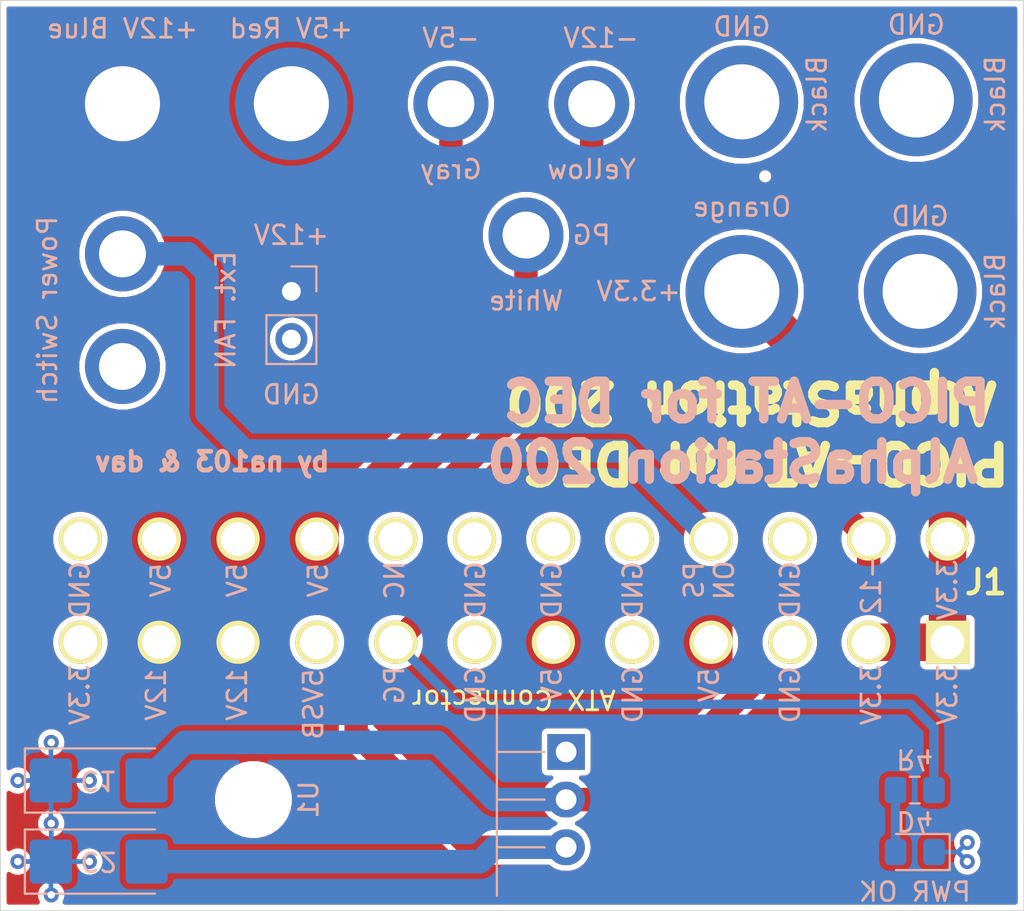
<source format=kicad_pcb>
(kicad_pcb (version 20171130) (host pcbnew "(5.1.12)-1")
  (layers (0 F.Cu signal) (1 In1.Cu power) (2 In2.Cu power) (31 B.Cu signal) (34 B.Paste user) (35 F.Paste user) (36 B.SilkS user) (37 F.SilkS user) (38 B.Mask user) (39 F.Mask user) (44 Edge.Cuts user))
  (net 0 "")
  (net 1 /-12V)
  (net 2 /GND)
  (net 3 /-5V)
  (net 4 "Net-(D4-Pad2)")
  (net 5 /12V)
  (net 6 /5V)
  (net 7 /PG)
  (net 8 /3.3V)
  (net 9 /PS-ON)
  (net 10 "Net-(J1-Pad9)")
  (net 11 "Net-(J1-Pad20)")
  (net 12 "Net-(J1-Pad12)")
  (module Package_TO_SOT_THT:TO-220-3_Horizontal_TabDown (layer B.Cu) (at 151.638 113.538 270)
    (fp_text reference U1 (at 2.54 13.716 90) (layer B.SilkS) (effects (justify mirror)))
    (fp_text value L7905)
    (fp_line (start -2.58 3.69) (end 7.66 3.69) (layer B.SilkS) (width 0.12))
    (fp_line (start 0 3.69) (end 0 1.15) (layer B.SilkS) (width 0.12))
    (fp_line (start 2.54 3.69) (end 2.54 1.15) (layer B.SilkS) (width 0.12))
    (fp_line (start 5.08 3.69) (end 5.08 1.15) (layer B.SilkS) (width 0.12))
    (pad "" np_thru_hole oval (at 2.54 16.66 270) (size 3.5 3.5) (drill 3.5) (layers *.Cu *.Mask))
    (pad 1 thru_hole rect (at 0 0 270) (size 1.905 2) (drill 1.1) (layers *.Cu *.Mask) (net 2 /GND))
    (pad 2 thru_hole oval (at 2.54 0 270) (size 1.905 2) (drill 1.1) (layers *.Cu *.Mask) (net 1 /-12V))
    (pad 3 thru_hole oval (at 5.08 0 270) (size 1.905 2) (drill 1.1) (layers *.Cu *.Mask) (net 3 /-5V))
  )
  (module SamacSys_Parts:87427-24YY_347202 (layer F.Cu) (at 171.958 107.696)
    (fp_text reference J1 (at 2.042 -3.196) (layer F.SilkS) (effects (font (size 1.27 1.27) (thickness 0.254))))
    (fp_text value 87427-2402 hide)
    (pad 1 thru_hole rect (at 0 0 90) (size 2.3 2.3) (drill 1.8) (layers *.Cu *.Mask F.SilkS) (net 8 /3.3V))
    (pad 2 thru_hole circle (at -4.2 0 90) (size 2.3 2.3) (drill 1.8) (layers *.Cu *.Mask F.SilkS) (net 8 /3.3V))
    (pad 3 thru_hole circle (at -8.4 0 90) (size 2.3 2.3) (drill 1.8) (layers *.Cu *.Mask F.SilkS) (net 2 /GND))
    (pad 4 thru_hole circle (at -12.6 0 90) (size 2.3 2.3) (drill 1.8) (layers *.Cu *.Mask F.SilkS) (net 6 /5V))
    (pad 5 thru_hole circle (at -16.8 0 90) (size 2.3 2.3) (drill 1.8) (layers *.Cu *.Mask F.SilkS) (net 2 /GND))
    (pad 6 thru_hole circle (at -21 0 90) (size 2.3 2.3) (drill 1.8) (layers *.Cu *.Mask F.SilkS) (net 6 /5V))
    (pad 7 thru_hole circle (at -25.2 0 90) (size 2.3 2.3) (drill 1.8) (layers *.Cu *.Mask F.SilkS) (net 2 /GND))
    (pad 8 thru_hole circle (at -29.4 0 90) (size 2.3 2.3) (drill 1.8) (layers *.Cu *.Mask F.SilkS) (net 7 /PG))
    (pad 9 thru_hole circle (at -33.6 0 90) (size 2.3 2.3) (drill 1.8) (layers *.Cu *.Mask F.SilkS) (net 10 "Net-(J1-Pad9)"))
    (pad 10 thru_hole circle (at -37.8 0 90) (size 2.3 2.3) (drill 1.8) (layers *.Cu *.Mask F.SilkS) (net 5 /12V))
    (pad 11 thru_hole circle (at -42 0 90) (size 2.3 2.3) (drill 1.8) (layers *.Cu *.Mask F.SilkS) (net 5 /12V))
    (pad 12 thru_hole circle (at -46.2 0 90) (size 2.3 2.3) (drill 1.8) (layers *.Cu *.Mask F.SilkS) (net 12 "Net-(J1-Pad12)"))
    (pad 13 thru_hole circle (at 0 -5.5 90) (size 2.3 2.3) (drill 1.8) (layers *.Cu *.Mask F.SilkS) (net 8 /3.3V))
    (pad 14 thru_hole circle (at -4.2 -5.5 90) (size 2.3 2.3) (drill 1.8) (layers *.Cu *.Mask F.SilkS) (net 1 /-12V))
    (pad 15 thru_hole circle (at -8.4 -5.5 90) (size 2.3 2.3) (drill 1.8) (layers *.Cu *.Mask F.SilkS) (net 2 /GND))
    (pad 16 thru_hole circle (at -12.6 -5.5 90) (size 2.3 2.3) (drill 1.8) (layers *.Cu *.Mask F.SilkS) (net 9 /PS-ON))
    (pad 17 thru_hole circle (at -16.8 -5.5 90) (size 2.3 2.3) (drill 1.8) (layers *.Cu *.Mask F.SilkS) (net 2 /GND))
    (pad 18 thru_hole circle (at -21 -5.5 90) (size 2.3 2.3) (drill 1.8) (layers *.Cu *.Mask F.SilkS) (net 2 /GND))
    (pad 19 thru_hole circle (at -25.2 -5.5 90) (size 2.3 2.3) (drill 1.8) (layers *.Cu *.Mask F.SilkS) (net 2 /GND))
    (pad 20 thru_hole circle (at -29.4 -5.5 90) (size 2.3 2.3) (drill 1.8) (layers *.Cu *.Mask F.SilkS) (net 11 "Net-(J1-Pad20)"))
    (pad 21 thru_hole circle (at -33.6 -5.5 90) (size 2.3 2.3) (drill 1.8) (layers *.Cu *.Mask F.SilkS) (net 6 /5V))
    (pad 22 thru_hole circle (at -37.8 -5.5 90) (size 2.3 2.3) (drill 1.8) (layers *.Cu *.Mask F.SilkS) (net 6 /5V))
    (pad 23 thru_hole circle (at -42 -5.5 90) (size 2.3 2.3) (drill 1.8) (layers *.Cu *.Mask F.SilkS) (net 6 /5V))
    (pad 24 thru_hole circle (at -46.2 -5.5 90) (size 2.3 2.3) (drill 1.8) (layers *.Cu *.Mask F.SilkS) (net 2 /GND))
  )
  (module Connector_PinHeader_2.54mm:PinHeader_1x02_P2.54mm_Vertical (layer B.Cu) (at 137 89 180)
    (fp_text reference +12V (at 0 3) (layer B.SilkS) (effects (justify mirror)))
    (fp_text value "Ext. FAN" (at 3.5 -1 90) (layer B.SilkS) (effects (justify mirror)))
    (fp_line (start -1.33 1.33) (end 0 1.33) (layer B.SilkS) (width 0.12))
    (fp_line (start -1.33 0) (end -1.33 1.33) (layer B.SilkS) (width 0.12))
    (fp_line (start -1.33 -1.27) (end 1.33 -1.27) (layer B.SilkS) (width 0.12))
    (fp_line (start 1.33 -1.27) (end 1.33 -3.87) (layer B.SilkS) (width 0.12))
    (fp_line (start -1.33 -1.27) (end -1.33 -3.87) (layer B.SilkS) (width 0.12))
    (fp_line (start -1.33 -3.87) (end 1.33 -3.87) (layer B.SilkS) (width 0.12))
    (pad 2 thru_hole oval (at 0 -2.54 180) (size 1.7 1.7) (drill 1) (layers *.Cu *.Mask) (net 2 /GND))
    (pad 1 thru_hole rect (at 0 0 180) (size 1.7 1.7) (drill 1) (layers *.Cu *.Mask) (net 5 /12V))
  )
  (module Connector_PinHeader_2.54mm:PowerSupply_1x02_P2.5mm (layer F.Cu) (at 128 90 270)
    (fp_text reference GND (at 4.5 -9) (layer B.SilkS) (effects (justify mirror)))
    (fp_text value "Power Switch" (at 0 4 90) (layer B.SilkS) (effects (justify mirror)))
    (pad 2 thru_hole circle (at 3 0 270) (size 4 4) (drill 2.5) (layers *.Cu *.Mask) (net 2 /GND))
    (pad 1 thru_hole circle (at -3 0 270) (size 4 4) (drill 2.5) (layers *.Cu *.Mask) (net 9 /PS-ON))
  )
  (module Capacitor_Tantalum_SMD:CP_EIA-6032-28_Kemet-C_Pad2.25x2.35mm_HandSolder (layer B.Cu) (at 126.736 115.062)
    (fp_text reference C1 (at -0.01 0 180 unlocked) (layer B.SilkS) (effects (justify mirror)))
    (fp_text value 2.2uF)
    (fp_line (start -3.935 -1.71) (end 3 -1.71) (layer B.SilkS) (width 0.12))
    (fp_line (start -3.935 1.71) (end -3.935 -1.71) (layer B.SilkS) (width 0.12))
    (fp_line (start 3 1.71) (end -3.935 1.71) (layer B.SilkS) (width 0.12))
    (pad 2 smd roundrect (at 2.55 0) (size 2.25 2.35) (layers B.Cu B.Paste B.Mask) (roundrect_rratio 0.1111106666666667) (net 1 /-12V))
    (pad 1 smd roundrect (at -2.55 0) (size 2.25 2.35) (layers B.Cu B.Paste B.Mask) (roundrect_rratio 0.1111106666666667) (net 2 /GND))
  )
  (module Capacitor_Tantalum_SMD:CP_EIA-6032-28_Kemet-C_Pad2.25x2.35mm_HandSolder (layer B.Cu) (at 126.736 119.38)
    (fp_text reference C2 (at 0 0 180 unlocked) (layer B.SilkS) (effects (justify mirror)))
    (fp_text value 1uF)
    (fp_line (start 3 1.71) (end -3.935 1.71) (layer B.SilkS) (width 0.12))
    (fp_line (start -3.935 1.71) (end -3.935 -1.71) (layer B.SilkS) (width 0.12))
    (fp_line (start -3.935 -1.71) (end 3 -1.71) (layer B.SilkS) (width 0.12))
    (pad 1 smd roundrect (at -2.55 0) (size 2.25 2.35) (layers B.Cu B.Paste B.Mask) (roundrect_rratio 0.1111106666666667) (net 2 /GND))
    (pad 2 smd roundrect (at 2.55 0) (size 2.25 2.35) (layers B.Cu B.Paste B.Mask) (roundrect_rratio 0.1111106666666667) (net 3 /-5V))
  )
  (module LED_SMD:LED_0805_2012Metric_Pad1.15x1.40mm_HandSolder (layer B.Cu) (at 170.218 118.872 180)
    (fp_text reference D4 (at 0 1.65 180 unlocked) (layer B.SilkS) (effects (justify mirror)))
    (fp_text value "PWR OK" (at 0 -2.128) (layer B.SilkS) (effects (justify mirror)))
    (fp_line (start -1.86 -0.96) (end 1 -0.96) (layer B.SilkS) (width 0.12))
    (fp_line (start -1.86 0.96) (end -1.86 -0.96) (layer B.SilkS) (width 0.12))
    (fp_line (start 1 0.96) (end -1.86 0.96) (layer B.SilkS) (width 0.12))
    (pad 2 smd roundrect (at 1.025 0 180) (size 1.15 1.4) (layers B.Cu B.Paste B.Mask) (roundrect_rratio 0.2173904347826087) (net 4 "Net-(D4-Pad2)"))
    (pad 1 smd roundrect (at -1.025 0 180) (size 1.15 1.4) (layers B.Cu B.Paste B.Mask) (roundrect_rratio 0.2173904347826087) (net 2 /GND))
  )
  (module Resistor_SMD:R_0805_2012Metric_Pad1.15x1.40mm_HandSolder (layer B.Cu) (at 170.209 115.57 180)
    (fp_text reference R4 (at 0 1.65 180 unlocked) (layer B.SilkS) (effects (justify mirror)))
    (fp_text value 330)
    (fp_line (start -0.261252 -0.71) (end 0.261252 -0.71) (layer B.SilkS) (width 0.12))
    (fp_line (start -0.261252 0.71) (end 0.261252 0.71) (layer B.SilkS) (width 0.12))
    (pad 2 smd roundrect (at 1.025 0 180) (size 1.15 1.4) (layers B.Cu B.Paste B.Mask) (roundrect_rratio 0.2173904347826087) (net 4 "Net-(D4-Pad2)"))
    (pad 1 smd roundrect (at -1.025 0 180) (size 1.15 1.4) (layers B.Cu B.Paste B.Mask) (roundrect_rratio 0.2173904347826087) (net 7 /PG))
  )
  (module Connector_PinHeader_2.54mm:PowerSupply_1x01_P4mm (layer F.Cu) (at 161 89)
    (fp_text reference +3.3V (at -5.5 0) (layer B.SilkS) (effects (justify mirror)))
    (fp_text value Orange (at 0 -4.5 180) (layer B.SilkS) (effects (justify mirror)))
    (pad 1 thru_hole circle (at 0 0) (size 6 6) (drill 4) (layers *.Cu *.Mask) (net 8 /3.3V))
  )
  (module Connector_PinHeader_2.54mm:PowerSupply_1x01_P4mm (layer F.Cu) (at 137 79)
    (fp_text reference "+5V Red" (at 0 -4) (layer B.SilkS) (effects (justify mirror)))
    (fp_text value 5V)
    (pad 1 thru_hole circle (at 0 0) (size 6 6) (drill 4) (layers *.Cu *.Mask) (net 6 /5V))
  )
  (module Connector_PinHeader_2.54mm:PowerSupply_1x01_P4mm (layer F.Cu) (at 128 79)
    (fp_text reference "+12V Blue" (at 0 -4) (layer B.SilkS) (effects (justify mirror)))
    (fp_text value 12V)
    (pad 1 thru_hole circle (at 0 0) (size 6 6) (drill 4) (layers *.Cu *.Mask) (net 5 /12V))
  )
  (module Connector_PinHeader_2.54mm:PowerSupply_1x01_P4mm (layer F.Cu) (at 170.3 78.8)
    (fp_text reference GND (at 0 -4) (layer B.SilkS) (effects (justify mirror)))
    (fp_text value Black (at 4.2 -0.3 90) (layer B.SilkS) (effects (justify mirror)))
    (pad 1 thru_hole circle (at 0 0) (size 6 6) (drill 4) (layers *.Cu *.Mask) (net 2 /GND))
  )
  (module Connector_PinHeader_2.54mm:PowerSupply_1x01_P4mm (layer F.Cu) (at 161 78.9)
    (fp_text reference GND (at 0 -4) (layer B.SilkS) (effects (justify mirror)))
    (fp_text value Black (at 4 -0.4 90) (layer B.SilkS) (effects (justify mirror)))
    (pad 1 thru_hole circle (at 0 0) (size 6 6) (drill 4) (layers *.Cu *.Mask) (net 2 /GND))
  )
  (module Connector_PinHeader_2.54mm:PowerSupply_1x01_P4mm (layer F.Cu) (at 170.5 89)
    (fp_text reference GND (at 0 -4) (layer B.SilkS) (effects (justify mirror)))
    (fp_text value Black (at 4 0 270) (layer B.SilkS) (effects (justify mirror)))
    (pad 1 thru_hole circle (at 0 0) (size 6 6) (drill 4) (layers *.Cu *.Mask) (net 2 /GND))
  )
  (module Connector_PinHeader_2.54mm:PowerSupply_1x01_P2.5mm (layer F.Cu) (at 153 79)
    (fp_text reference -12V (at 0.5 -3.5) (layer B.SilkS) (effects (justify mirror)))
    (fp_text value Yellow (at 0 3.5) (layer B.SilkS) (effects (justify mirror)))
    (pad 1 thru_hole circle (at 0 0) (size 4 4) (drill 2.5) (layers *.Cu *.Mask) (net 1 /-12V))
  )
  (module Connector_PinHeader_2.54mm:PowerSupply_1x01_P2.5mm (layer F.Cu) (at 145.5 79)
    (fp_text reference -5V (at 0 -3.5) (layer B.SilkS) (effects (justify mirror)))
    (fp_text value Gray (at 0 3.5) (layer B.SilkS) (effects (justify mirror)))
    (pad 1 thru_hole circle (at 0 0) (size 4 4) (drill 2.5) (layers *.Cu *.Mask) (net 3 /-5V))
  )
  (module Connector_PinHeader_2.54mm:PowerSupply_1x01_P2.5mm (layer F.Cu) (at 149.5 86)
    (fp_text reference PG (at 3.5 0) (layer B.SilkS) (effects (justify mirror)))
    (fp_text value White (at 0 3.5) (layer B.SilkS) (effects (justify mirror)))
    (pad 1 thru_hole circle (at 0 0) (size 4 4) (drill 2.5) (layers *.Cu *.Mask) (net 7 /PG))
  )
  (gr_text "by na103 & dav" (at 132.78 98.07) (layer B.SilkS) (effects (font (size 1 1) (thickness 0.25)) (justify mirror)))
  (gr_line (start 121.5 73.5) (end 121.5 122) (layer Edge.Cuts) (width 0.05))
  (gr_line (start 176 73.5) (end 121.5 73.5) (layer Edge.Cuts) (width 0.05))
  (gr_text 3.3V (at 171.958 110.49 90) (layer B.SilkS) (effects (font (size 1 1)) (justify mirror)))
  (gr_text 3.3V (at 171.958 104.902 90) (layer B.SilkS) (effects (font (size 1 1)) (justify mirror)))
  (gr_text 3.3V (at 167.894 110.49 90) (layer B.SilkS) (effects (font (size 1 1)) (justify mirror)))
  (gr_text -12 (at 167.894 104.648 90) (layer B.SilkS) (effects (font (size 1 1)) (justify mirror)))
  (gr_text GND (at 163.576 110.49 90) (layer B.SilkS) (effects (font (size 1 1)) (justify mirror)))
  (gr_text GND (at 163.576 104.902 90) (layer B.SilkS) (effects (font (size 1 1)) (justify mirror)))
  (gr_text 5V (at 159.258 109.982 90) (layer B.SilkS) (effects (font (size 1 1)) (justify mirror)))
  (gr_text "PS\nON" (at 159.258 104.394 90) (layer B.SilkS) (effects (font (size 1 1)) (justify mirror)))
  (gr_text GND (at 155.194 110.49 90) (layer B.SilkS) (effects (font (size 1 1)) (justify mirror)))
  (gr_text GND (at 155.194 104.902 90) (layer B.SilkS) (effects (font (size 1 1)) (justify mirror)))
  (gr_text 5V (at 150.876 109.982 90) (layer B.SilkS) (effects (font (size 1 1)) (justify mirror)))
  (gr_text GND (at 150.876 104.902 90) (layer B.SilkS) (effects (font (size 1 1)) (justify mirror)))
  (gr_text GND (at 146.812 110.49 90) (layer B.SilkS) (effects (font (size 1 1)) (justify mirror)))
  (gr_text GND (at 146.812 104.902 90) (layer B.SilkS) (effects (font (size 1 1)) (justify mirror)))
  (gr_text PG (at 142.494 109.982 90) (layer B.SilkS) (effects (font (size 1 1)) (justify mirror)))
  (gr_text NC (at 142.494 104.394 90) (layer B.SilkS) (effects (font (size 1 1)) (justify mirror)))
  (gr_text 5VSB (at 138.176 110.998 90) (layer B.SilkS) (effects (font (size 1 1)) (justify mirror)))
  (gr_text 5V (at 138.43 104.394 90) (layer B.SilkS) (effects (font (size 1 1)) (justify mirror)))
  (gr_text 12V (at 134.112 110.49 90) (layer B.SilkS) (effects (font (size 1 1)) (justify mirror)))
  (gr_text 5V (at 134.112 104.394 90) (layer B.SilkS) (effects (font (size 1 1)) (justify mirror)))
  (gr_text 12V (at 129.794 110.49 90) (layer B.SilkS) (effects (font (size 1 1)) (justify mirror)))
  (gr_text 5V (at 130.048 104.394 90) (layer B.SilkS) (effects (font (size 1 1)) (justify mirror)))
  (gr_text 3.3V (at 125.73 110.49 90) (layer B.SilkS) (effects (font (size 1 1)) (justify mirror)))
  (gr_text GND (at 125.73 104.902 90) (layer B.SilkS) (effects (font (size 1 1)) (justify mirror)))
  (gr_text "PICO-AT for DEC \nAlphaStation 200" (at 161.5 96.5 180) (layer F.SilkS) (effects (font (size 2 2) (thickness 0.5))))
  (gr_text "ATX Connector" (at 148.844 110.744 180) (layer F.SilkS) (effects (font (size 1 1))))
  (gr_text "PICO-AT for DEC \nAlphaStation 200" (at 160.5 96.5) (layer B.SilkS) (effects (font (size 2 2) (thickness 0.5)) (justify mirror)))
  (gr_line (start 162.244 82.868) (end 162.244 82.868) (layer Edge.Cuts) (width 0.05))
  (gr_line (start 176.022 122) (end 176 73.5) (layer Edge.Cuts) (width 0.05))
  (gr_line (start 121.5 122) (end 176.022 122) (layer Edge.Cuts) (width 0.05))
  (segment (start 129.286 115.062) (end 131.318 113.03) (width 1.25) (layer B.Cu) (net 1))
  (segment (start 131.318 113.03) (end 144.78 113.03) (width 1.25) (layer B.Cu) (net 1))
  (segment (start 147.828 116.078) (end 151.638 116.078) (width 1.25) (layer B.Cu) (net 1))
  (segment (start 144.78 113.03) (end 147.828 116.078) (width 1.25) (layer B.Cu) (net 1))
  (segment (start 167.758 102.196) (end 160.062 94.5) (width 1.25) (layer F.Cu) (net 1))
  (segment (start 160.062 94.5) (end 154.5 94.5) (width 1.25) (layer F.Cu) (net 1))
  (segment (start 153 93) (end 154.5 94.5) (width 1.25) (layer F.Cu) (net 1))
  (segment (start 153 79) (end 153 93) (width 1.25) (layer F.Cu) (net 1))
  (segment (start 162.5 105) (end 166.5 105) (width 1.25) (layer F.Cu) (net 1))
  (segment (start 161.43 106.07) (end 162.5 105) (width 1.25) (layer F.Cu) (net 1))
  (segment (start 166.5 105) (end 167.758 103.742) (width 1.25) (layer F.Cu) (net 1))
  (segment (start 161.43 110.07) (end 161.43 106.07) (width 1.25) (layer F.Cu) (net 1))
  (segment (start 167.758 103.742) (end 167.758 102.196) (width 1.25) (layer F.Cu) (net 1))
  (segment (start 155.422 116.078) (end 161.43 110.07) (width 1.25) (layer F.Cu) (net 1))
  (segment (start 151.638 116.078) (end 155.422 116.078) (width 1.25) (layer F.Cu) (net 1))
  (via (at 173.012 118.364) (size 0.8) (drill 0.4) (layers F.Cu B.Cu) (net 2))
  (via (at 173.012 119.38) (size 0.8) (drill 0.4) (layers F.Cu B.Cu) (net 2))
  (segment (start 172.504 118.872) (end 173.012 118.364) (width 0.25) (layer B.Cu) (net 2))
  (segment (start 172.504 118.872) (end 173.012 119.38) (width 0.25) (layer B.Cu) (net 2))
  (segment (start 171.243 118.872) (end 172.504 118.872) (width 0.25) (layer B.Cu) (net 2))
  (via (at 124.206 113.03) (size 0.8) (drill 0.4) (layers F.Cu B.Cu) (net 2))
  (via (at 126.238 115.062) (size 0.8) (drill 0.4) (layers F.Cu B.Cu) (net 2))
  (via (at 124.206 117.348) (size 0.8) (drill 0.4) (layers F.Cu B.Cu) (net 2))
  (via (at 126.238 119.38) (size 0.8) (drill 0.4) (layers F.Cu B.Cu) (net 2))
  (via (at 122.428 115.062) (size 0.8) (drill 0.4) (layers F.Cu B.Cu) (net 2))
  (via (at 122.428 119.38) (size 0.8) (drill 0.4) (layers F.Cu B.Cu) (net 2))
  (via (at 124.206 121.158) (size 0.8) (drill 0.4) (layers F.Cu B.Cu) (net 2))
  (segment (start 124.186 115.062) (end 126.238 115.062) (width 0.25) (layer B.Cu) (net 2))
  (segment (start 124.186 113.05) (end 124.206 113.03) (width 0.25) (layer B.Cu) (net 2))
  (segment (start 124.186 115.062) (end 124.186 113.05) (width 0.25) (layer B.Cu) (net 2))
  (segment (start 124.186 115.062) (end 122.428 115.062) (width 0.25) (layer B.Cu) (net 2))
  (segment (start 124.186 117.328) (end 124.206 117.348) (width 0.25) (layer B.Cu) (net 2))
  (segment (start 124.186 115.062) (end 124.186 117.328) (width 0.25) (layer B.Cu) (net 2))
  (segment (start 124.206 119.36) (end 124.186 119.38) (width 0.25) (layer B.Cu) (net 2))
  (segment (start 124.206 117.348) (end 124.206 119.36) (width 0.25) (layer B.Cu) (net 2))
  (segment (start 124.186 119.38) (end 126.238 119.38) (width 0.25) (layer B.Cu) (net 2))
  (segment (start 124.186 121.138) (end 124.206 121.158) (width 0.25) (layer B.Cu) (net 2))
  (segment (start 124.186 119.38) (end 124.186 121.138) (width 0.25) (layer B.Cu) (net 2))
  (segment (start 124.186 119.38) (end 122.428 119.38) (width 0.25) (layer B.Cu) (net 2))
  (segment (start 129.286 119.38) (end 147.066 119.38) (width 1.25) (layer B.Cu) (net 3))
  (segment (start 147.828 118.618) (end 151.638 118.618) (width 1.25) (layer B.Cu) (net 3))
  (segment (start 147.066 119.38) (end 147.828 118.618) (width 1.25) (layer B.Cu) (net 3))
  (segment (start 146.528 118.618) (end 151.638 118.618) (width 1.25) (layer F.Cu) (net 3))
  (segment (start 140.45 112.54) (end 146.528 118.618) (width 1.25) (layer F.Cu) (net 3))
  (segment (start 140.45 99.84) (end 140.45 112.54) (width 1.25) (layer F.Cu) (net 3))
  (segment (start 145.5 94.79) (end 140.45 99.84) (width 1.25) (layer F.Cu) (net 3))
  (segment (start 145.5 79) (end 145.5 94.79) (width 1.25) (layer F.Cu) (net 3))
  (segment (start 169.184 118.863) (end 169.193 118.872) (width 0.5) (layer B.Cu) (net 4))
  (segment (start 169.184 115.57) (end 169.184 118.863) (width 0.5) (layer B.Cu) (net 4))
  (segment (start 142.558 107.696) (end 145.862 111) (width 0.5) (layer B.Cu) (net 7))
  (segment (start 145.862 111) (end 170 111) (width 0.5) (layer B.Cu) (net 7))
  (segment (start 171.234 112.234) (end 171.234 115.57) (width 0.5) (layer B.Cu) (net 7))
  (segment (start 170 111) (end 171.234 112.234) (width 0.5) (layer B.Cu) (net 7))
  (segment (start 149.5 95) (end 149.5 86) (width 1.25) (layer F.Cu) (net 7))
  (segment (start 144.67 99.83) (end 149.5 95) (width 1.25) (layer F.Cu) (net 7))
  (segment (start 144.67 105.584) (end 144.67 99.83) (width 1.25) (layer F.Cu) (net 7))
  (segment (start 142.558 107.696) (end 144.67 105.584) (width 1.25) (layer F.Cu) (net 7))
  (segment (start 167.758 107.696) (end 171.958 107.696) (width 2) (layer F.Cu) (net 8))
  (segment (start 171.958 107.696) (end 171.958 102.196) (width 2) (layer F.Cu) (net 8))
  (segment (start 171.958 99.958) (end 161 89) (width 2) (layer F.Cu) (net 8))
  (segment (start 171.958 102.196) (end 171.958 99.958) (width 2) (layer F.Cu) (net 8))
  (segment (start 132.5 88) (end 131.5 87) (width 1.25) (layer B.Cu) (net 9))
  (segment (start 131.5 87) (end 128 87) (width 1.25) (layer B.Cu) (net 9))
  (segment (start 132.5 95.5) (end 132.5 88) (width 1.25) (layer B.Cu) (net 9))
  (segment (start 134.5 97.5) (end 132.5 95.5) (width 1.25) (layer B.Cu) (net 9))
  (segment (start 154.662 97.5) (end 134.5 97.5) (width 1.25) (layer B.Cu) (net 9))
  (segment (start 159.358 102.196) (end 154.662 97.5) (width 1.25) (layer B.Cu) (net 9))
  (zone (net 5) (net_name /12V) (layer B.Cu) (connect_pads yes (clearance 0.3)) (min_thickness 0.254) (fill yes (arc_segments 32) (thermal_gap 0.508) (thermal_bridge_width 0.508))
    (polygon (pts (xy 176 122) (xy 121.5 122) (xy 121.5 73.5) (xy 176 73.5)))
  )
  (zone (net 6) (net_name /5V) (layer F.Cu) (connect_pads yes (clearance 0.3)) (min_thickness 0.254) (fill yes (arc_segments 32) (thermal_gap 0.508) (thermal_bridge_width 0.508))
    (polygon (pts (xy 176 122) (xy 121.5 122) (xy 121.5 73.5) (xy 176 73.5)))
  )
)
</source>
